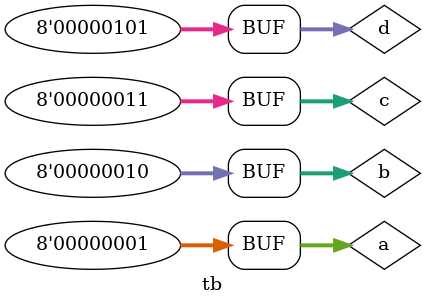
<source format=v>

module tb();

reg [7:0] a, b;
wire[7:0] c, d;

assign d=c+b;
assign c=a+b;

initial begin
	$monitor(" a=%0d, b=%0d, c=%0d, d=%0d", a, b, c, d);
	a=1; b=2;
end

endmodule

</source>
